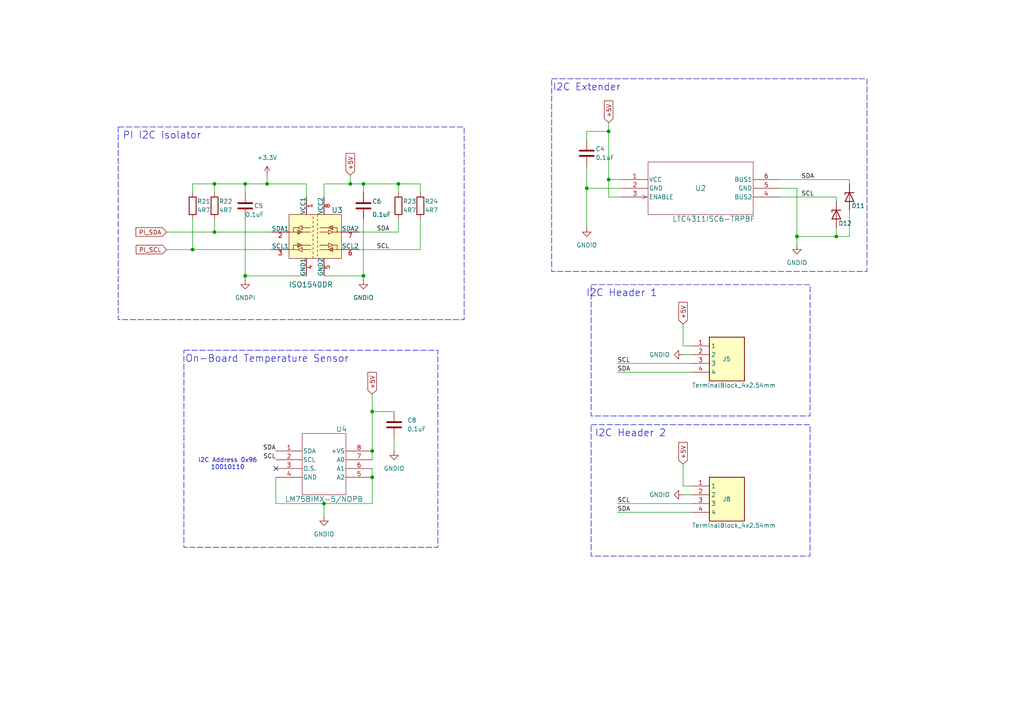
<source format=kicad_sch>
(kicad_sch (version 20250114) (generator "eeschema") (generator_version "9.0")
  (paper "A4")
  (title_block (title "I2C") (date "2025-08-06") (rev "1.0") (company "JRDish"))
  (lib_symbols
    (symbol "Device:C" (pin_numbers (hide yes)) (pin_names (offset 0.254))
      (property "Reference" "C" (at 0.635 2.54 0))
      (property "Value" "C" (at 0.635 -2.54 0))
      (symbol "C_0_1"
        (polyline (pts (xy -2.032 0.762) (xy 2.032 0.762)) (stroke (width 0.508)))
        (polyline (pts (xy -2.032 -0.762) (xy 2.032 -0.762)) (stroke (width 0.508)))
      )
      (symbol "C_1_1"
        (pin passive line (at 0 3.81 270) (length 2.794) (name "~") (number "1"))
        (pin passive line (at 0 -3.81 90) (length 2.794) (name "~") (number "2"))
      )
    )
    (symbol "Device:R" (pin_numbers (hide yes)) (pin_names (offset 0))
      (property "Reference" "R" (at 2.032 0 90))
      (property "Value" "R" (at 0 0 90))
      (symbol "R_0_1"
        (rectangle (start -1.016 -2.54) (end 1.016 2.54) (stroke (width 0.254)))
      )
      (symbol "R_1_1"
        (pin passive line (at 0 3.81 270) (length 1.27) (name "~") (number "1"))
        (pin passive line (at 0 -3.81 90) (length 1.27) (name "~") (number "2"))
      )
    )
    (symbol "Diode:PESD5V0L1UL" (pin_numbers (hide yes)) (pin_names (hide yes))
      (property "Reference" "D" (at 0 2.54 0))
      (property "Value" "PESD5V0L1UL" (at 0 -2.54 0))
      (symbol "PESD5V0L1UL_0_1"
        (polyline (pts (xy -1.27 -1.27) (xy -1.27 1.27) (xy -0.762 1.27)) (stroke (width 0.254)))
        (polyline (pts (xy 1.27 0) (xy -1.27 0)))
        (polyline (pts (xy 1.27 -1.27) (xy 1.27 1.27) (xy -1.27 0) (xy 1.27 -1.27)) (stroke (width 0.254)))
      )
      (symbol "PESD5V0L1UL_1_1"
        (pin passive line (at -3.81 0 0) (length 2.54) (name "K") (number "1"))
        (pin passive line (at 3.81 0 180) (length 2.54) (name "A") (number "2"))
      )
    )
    (symbol "DishSympols:LM75BIM-3" (pin_names (offset 0.254))
      (property "Reference" "U" (at 12.7 6.35 0))
      (property "Value" "LM75BIM-3" (at 13.97 -13.97 0))
      (symbol "LM75BIM-3_0_1"
        (polyline (pts (xy 7.62 5.08) (xy 7.62 -12.7)) (stroke (width 0.127)))
        (polyline (pts (xy 7.62 -12.7) (xy 20.32 -12.7)) (stroke (width 0.127)))
        (polyline (pts (xy 20.32 5.08) (xy 7.62 5.08)) (stroke (width 0.127)))
        (polyline (pts (xy 20.32 -12.7) (xy 20.32 5.08)) (stroke (width 0.127)))
        (pin passive line (at 0 0 0) (length 7.62) (name "SDA") (number "1"))
        (pin passive line (at 0 -2.54 0) (length 7.62) (name "SCL") (number "2"))
        (pin output line (at 0 -5.08 0) (length 7.62) (name "O.S.") (number "3"))
        (pin passive line (at 0 -7.62 0) (length 7.62) (name "GND") (number "4"))
        (pin passive line (at 27.94 0 180) (length 7.62) (name "+VS") (number "8"))
        (pin input line (at 27.94 -2.54 180) (length 7.62) (name "A0") (number "7"))
        (pin input line (at 27.94 -5.08 180) (length 7.62) (name "A1") (number "6"))
        (pin input line (at 27.94 -7.62 180) (length 7.62) (name "A2") (number "5"))
      )
    )
    (symbol "DishSympols:LTC4311ISC6-TRPBF" (pin_names (offset 0.254))
      (property "Reference" "U" (at 22.86 10.16 0))
      (property "Value" "LTC4311ISC6-TRPBF" (at 22.86 7.62 0))
      (symbol "LTC4311ISC6-TRPBF_0_1"
        (polyline (pts (xy 7.0993 -5.08) (xy 6.0579 -4.5593)) (stroke (width 0.127)))
        (polyline (pts (xy 7.0993 -5.08) (xy 6.0579 -5.6007)) (stroke (width 0.127)))
        (polyline (pts (xy 7.62 5.08) (xy 7.62 -10.16)) (stroke (width 0.127)))
        (polyline (pts (xy 7.62 -10.16) (xy 38.1 -10.16)) (stroke (width 0.127)))
        (polyline (pts (xy 38.1 5.08) (xy 7.62 5.08)) (stroke (width 0.127)))
        (polyline (pts (xy 38.1 -10.16) (xy 38.1 5.08)) (stroke (width 0.127)))
        (pin power_in line (at 0 0 0) (length 7.62) (name "VCC") (number "1"))
        (pin power_in line (at 0 -2.54 0) (length 7.62) (name "GND") (number "2"))
        (pin input line (at 0 -5.08 0) (length 7.62) (name "ENABLE") (number "3"))
        (pin passive line (at 45.72 0 180) (length 7.62) (name "BUS1") (number "6"))
        (pin power_in line (at 45.72 -2.54 180) (length 7.62) (name "GND") (number "5"))
        (pin passive line (at 45.72 -5.08 180) (length 7.62) (name "BUS2") (number "4"))
      )
    )
    (symbol "DishSympols:TerminalBlock_4x2.54mm"
      (property "Reference" "J" (at 16.51 7.62 0))
      (property "Value" "TerminalBlock_4x2.54mm" (at 16.51 5.08 0))
      (symbol "TerminalBlock_4x2.54mm_1_1"
        (rectangle (start 5.08 2.54) (end 15.24 -10.16) (stroke (width 0.254)) (fill (type background)))
        (pin passive line (at 0 0 0) (length 5.08) (name "1") (number "1"))
        (pin passive line (at 0 -2.54 0) (length 5.08) (name "2") (number "2"))
        (pin passive line (at 0 -5.08 0) (length 5.08) (name "3") (number "3"))
        (pin passive line (at 0 -7.62 0) (length 5.08) (name "4") (number "4"))
      )
    )
    (symbol "dk_Digital-Isolators:ISO1540DR" (pin_names (offset 0))
      (property "Reference" "U" (at -7.62 8.89 0))
      (property "Value" "ISO1540DR" (at 5.08 -6.35 0))
      (symbol "ISO1540DR_0_1"
        (rectangle (start -7.62 7.62) (end 7.62 -5.08) (fill (type background)))
        (rectangle (start -7.62 2.54) (end -6.35 2.54))
        (rectangle (start -7.62 -2.54) (end -6.35 -2.54))
        (polyline (pts (xy -6.35 2.54) (xy -5.08 2.54)))
        (polyline (pts (xy -6.35 2.54) (xy -6.35 3.81) (xy -5.08 3.81)))
        (polyline (pts (xy -6.35 -1.27) (xy -5.08 -1.27)))
        (polyline (pts (xy -6.35 -1.27) (xy -6.35 -2.54) (xy -5.08 -2.54) (xy -3.81 -1.905) (xy -3.81 -3.175) (xy -5.08 -2.54)))
        (polyline (pts (xy -5.08 3.81) (xy -3.81 3.175) (xy -3.81 4.445) (xy -5.08 3.81)))
        (polyline (pts (xy -5.08 3.175) (xy -5.08 1.905) (xy -3.81 2.54) (xy -5.08 3.175)))
        (polyline (pts (xy -5.08 -0.635) (xy -5.08 -1.905) (xy -3.81 -1.27) (xy -5.08 -0.635)))
        (polyline (pts (xy -4.572 2.921) (xy -5.08 2.159)))
        (polyline (pts (xy -4.572 -0.889) (xy -5.08 -1.651)))
        (polyline (pts (xy -4.318 2.794) (xy -4.699 2.159)))
        (polyline (pts (xy -4.318 -1.016) (xy -4.699 -1.651)))
        (polyline (pts (xy -3.81 3.81) (xy -2.54 3.81)))
        (polyline (pts (xy -3.81 2.54) (xy -2.54 2.54)))
        (polyline (pts (xy -3.81 -1.27) (xy -2.54 -1.27)))
        (polyline (pts (xy -3.81 -2.54) (xy -2.54 -2.54)))
        (rectangle (start -2.54 3.81) (end -1.27 3.81))
        (rectangle (start -2.54 -1.27) (end -1.27 -1.27))
        (rectangle (start -2.54 -2.54) (end -1.27 -2.54))
        (rectangle (start -1.27 2.54) (end -2.54 2.54))
        (rectangle (start -0.635 6.35) (end -0.635 6.985))
        (rectangle (start -0.635 5.08) (end -0.635 5.715))
        (rectangle (start -0.635 4.445) (end -0.635 3.81))
        (rectangle (start -0.635 2.54) (end -0.635 3.175))
        (rectangle (start -0.635 1.27) (end -0.635 1.905))
        (rectangle (start -0.635 0) (end -0.635 0.635))
        (rectangle (start -0.635 -1.27) (end -0.635 -0.635))
        (rectangle (start -0.635 -2.54) (end -0.635 -1.905))
        (rectangle (start -0.635 -3.81) (end -0.635 -3.175))
        (rectangle (start -0.635 -5.08) (end -0.635 -4.445))
        (rectangle (start 0.635 6.985) (end 0.635 7.62))
        (rectangle (start 0.635 5.715) (end 0.635 6.35))
        (rectangle (start 0.635 4.445) (end 0.635 5.08))
        (rectangle (start 0.635 3.175) (end 0.635 3.81))
        (rectangle (start 0.635 1.905) (end 0.635 2.54))
        (rectangle (start 0.635 0.635) (end 0.635 1.27))
        (rectangle (start 0.635 -0.635) (end 0.635 0))
        (rectangle (start 0.635 -1.905) (end 0.635 -1.27))
        (rectangle (start 0.635 -3.175) (end 0.635 -2.54))
        (rectangle (start 0.635 -4.445) (end 0.635 -3.81))
        (rectangle (start 2.54 3.81) (end 1.27 3.81))
        (rectangle (start 2.54 2.54) (end 1.27 2.54))
        (rectangle (start 2.54 -1.27) (end 1.27 -1.27))
        (rectangle (start 2.54 -2.54) (end 1.27 -2.54))
        (polyline (pts (xy 3.81 3.81) (xy 2.54 3.81)))
        (polyline (pts (xy 3.81 3.81) (xy 5.08 3.175) (xy 5.08 4.445) (xy 3.81 3.81)))
        (polyline (pts (xy 3.81 2.54) (xy 2.54 2.54)))
        (polyline (pts (xy 3.81 -1.27) (xy 2.54 -1.27)))
        (polyline (pts (xy 3.81 -2.54) (xy 2.54 -2.54)))
        (polyline (pts (xy 4.318 4.064) (xy 4.699 3.429)))
        (polyline (pts (xy 4.318 -2.794) (xy 4.699 -2.159)))
        (polyline (pts (xy 4.572 4.191) (xy 5.08 3.429)))
        (polyline (pts (xy 4.572 -2.921) (xy 5.08 -2.159)))
        (polyline (pts (xy 5.08 3.81) (xy 6.35 3.81) (xy 6.35 2.54)))
        (polyline (pts (xy 6.35 2.54) (xy 5.08 2.54) (xy 3.81 3.175) (xy 3.81 1.905) (xy 5.08 2.54)))
        (polyline (pts (xy 6.35 -1.27) (xy 5.08 -1.27) (xy 3.81 -1.905) (xy 3.81 -0.635) (xy 5.08 -1.27)))
        (polyline (pts (xy 6.35 -1.27) (xy 6.35 -2.54) (xy 5.08 -2.54) (xy 5.08 -1.905) (xy 3.81 -2.54) (xy 5.08 -3.175) (xy 5.08 -2.54)))
        (rectangle (start 7.62 2.54) (end 6.35 2.54))
        (rectangle (start 7.62 -2.54) (end 6.35 -2.54))
      )
      (symbol "ISO1540DR_1_1"
        (pin bidirectional line (at -12.7 2.54 0) (length 5.08) (name "SDA1") (number "2"))
        (pin bidirectional line (at -12.7 -2.54 0) (length 5.08) (name "SCL1") (number "3"))
        (pin power_in line (at -2.54 12.7 270) (length 5.08) (name "VCC1") (number "1"))
        (pin power_in line (at -2.54 -10.16 90) (length 5.08) (name "GND1") (number "4"))
        (pin power_in line (at 2.54 12.7 270) (length 5.08) (name "VCC2") (number "8"))
        (pin power_in line (at 2.54 -10.16 90) (length 5.08) (name "GND2") (number "5"))
        (pin bidirectional line (at 12.7 2.54 180) (length 5.08) (name "SDA2") (number "7"))
        (pin bidirectional line (at 12.7 -2.54 180) (length 5.08) (name "SCL2") (number "6"))
      )
    )
    (symbol "power:+3.3V" (power) (pin_numbers (hide yes)) (pin_names (offset 0) (hide yes))
      (property "Value" "+3.3V" (at 0 3.556 0))
      (symbol "+3.3V_0_1"
        (polyline (pts (xy -0.762 1.27) (xy 0 2.54)))
        (polyline (pts (xy 0 2.54) (xy 0.762 1.27)))
        (polyline (pts (xy 0 0) (xy 0 2.54)))
      )
      (symbol "+3.3V_1_1"
        (pin power_in line (at 0 0 90) (length 0) (name "~") (number "1"))
      )
    )
    (symbol "power:GND" (power) (pin_numbers (hide yes)) (pin_names (offset 0) (hide yes))
      (property "Value" "GND" (at 0 -3.81 0))
      (symbol "GND_0_1"
        (polyline (pts (xy 0 0) (xy 0 -1.27) (xy 1.27 -1.27) (xy 0 -2.54) (xy -1.27 -1.27) (xy 0 -1.27)))
      )
      (symbol "GND_1_1"
        (pin power_in line (at 0 0 270) (length 0) (name "~") (number "1"))
      )
    )
  )
  (rectangle (start 160.02 22.86) (end 251.46 78.74) (stroke (width 0) (type dash)))
  (rectangle (start 171.45 82.55) (end 234.95 120.65) (stroke (width 0) (type dash)))
  (rectangle (start 53.34 101.6) (end 127 158.75) (stroke (width 0) (type dash)))
  (rectangle (start 34.29 36.83) (end 134.62 92.71) (stroke (width 0) (type dash)))
  (rectangle (start 171.45 123.19) (end 234.95 161.29) (stroke (width 0) (type dash)))
  (text "I2C Header 1" (at 180.34 85.09 0) (effects (font (size 2.032 2.032))))
  (text "I2C Header 2" (at 182.88 125.73 0) (effects (font (size 2.032 2.032))))
  (text "PI I2C Isolator" (at 46.99 39.37 0) (effects (font (size 2.032 2.032))))
  (text "I2C Extender" (at 170.18 25.4 0) (effects (font (size 2.032 2.032))))
  (text "On-Board Temperature Sensor\n" (at 77.47 104.14 0) (effects (font (size 2.032 2.032))))
  (text "I2C Address 0x96\n10010110" (at 66.04 134.62 0) (effects (font (size 1.27 1.27))))
  (junction (at 242.57 68.58))
  (junction (at 55.88 72.39))
  (junction (at 231.14 68.58))
  (junction (at 105.41 80.01))
  (junction (at 62.23 53.34))
  (junction (at 101.6 53.34))
  (junction (at 176.53 38.1))
  (junction (at 71.12 80.01))
  (junction (at 93.98 146.05))
  (junction (at 105.41 53.34))
  (junction (at 62.23 67.31))
  (junction (at 115.57 53.34))
  (junction (at 77.47 53.34))
  (junction (at 176.53 52.07))
  (junction (at 107.95 119.38))
  (junction (at 107.95 138.43))
  (junction (at 71.12 53.34))
  (junction (at 107.95 130.81))
  (junction (at 170.18 54.61))
  (no_connect (at 80.01 135.89))
  (wire (pts (xy 198.12 134.62) (xy 198.12 140.97)))
  (wire (pts (xy 55.88 72.39) (xy 78.74 72.39)))
  (wire (pts (xy 107.95 138.43) (xy 107.95 135.89)))
  (wire (pts (xy 77.47 50.8) (xy 77.47 53.34)))
  (wire (pts (xy 71.12 63.5) (xy 71.12 80.01)))
  (wire (pts (xy 242.57 68.58) (xy 231.14 68.58)))
  (wire (pts (xy 246.38 68.58) (xy 246.38 60.96)))
  (wire (pts (xy 55.88 53.34) (xy 55.88 55.88)))
  (wire (pts (xy 176.53 57.15) (xy 176.53 52.07)))
  (wire (pts (xy 226.06 57.15) (xy 242.57 57.15)))
  (wire (pts (xy 198.12 100.33) (xy 200.66 100.33)))
  (wire (pts (xy 176.53 52.07) (xy 180.34 52.07)))
  (wire (pts (xy 77.47 53.34) (xy 88.9 53.34)))
  (wire (pts (xy 231.14 68.58) (xy 231.14 71.12)))
  (wire (pts (xy 71.12 53.34) (xy 71.12 55.88)))
  (wire (pts (xy 93.98 53.34) (xy 93.98 57.15)))
  (wire (pts (xy 93.98 80.01) (xy 105.41 80.01)))
  (wire (pts (xy 170.18 48.26) (xy 170.18 54.61)))
  (wire (pts (xy 48.26 67.31) (xy 62.23 67.31)))
  (wire (pts (xy 180.34 57.15) (xy 176.53 57.15)))
  (wire (pts (xy 121.92 53.34) (xy 121.92 55.88)))
  (wire (pts (xy 246.38 52.07) (xy 246.38 53.34)))
  (wire (pts (xy 107.95 146.05) (xy 107.95 138.43)))
  (wire (pts (xy 101.6 53.34) (xy 93.98 53.34)))
  (wire (pts (xy 179.07 105.41) (xy 200.66 105.41)))
  (wire (pts (xy 93.98 146.05) (xy 93.98 149.86)))
  (wire (pts (xy 179.07 146.05) (xy 200.66 146.05)))
  (wire (pts (xy 48.26 72.39) (xy 55.88 72.39)))
  (wire (pts (xy 176.53 38.1) (xy 176.53 52.07)))
  (wire (pts (xy 88.9 53.34) (xy 88.9 57.15)))
  (wire (pts (xy 71.12 80.01) (xy 71.12 81.28)))
  (wire (pts (xy 62.23 53.34) (xy 62.23 55.88)))
  (wire (pts (xy 107.95 119.38) (xy 107.95 130.81)))
  (wire (pts (xy 231.14 54.61) (xy 226.06 54.61)))
  (wire (pts (xy 105.41 53.34) (xy 115.57 53.34)))
  (wire (pts (xy 93.98 146.05) (xy 107.95 146.05)))
  (wire (pts (xy 71.12 53.34) (xy 62.23 53.34)))
  (wire (pts (xy 242.57 66.04) (xy 242.57 68.58)))
  (wire (pts (xy 104.14 72.39) (xy 121.92 72.39)))
  (wire (pts (xy 80.01 138.43) (xy 80.01 146.05)))
  (wire (pts (xy 105.41 53.34) (xy 105.41 55.88)))
  (wire (pts (xy 121.92 63.5) (xy 121.92 72.39)))
  (wire (pts (xy 107.95 119.38) (xy 114.3 119.38)))
  (wire (pts (xy 179.07 148.59) (xy 200.66 148.59)))
  (wire (pts (xy 198.12 143.51) (xy 200.66 143.51)))
  (wire (pts (xy 226.06 52.07) (xy 246.38 52.07)))
  (wire (pts (xy 55.88 63.5) (xy 55.88 72.39)))
  (wire (pts (xy 242.57 68.58) (xy 246.38 68.58)))
  (wire (pts (xy 62.23 67.31) (xy 62.23 63.5)))
  (wire (pts (xy 71.12 80.01) (xy 88.9 80.01)))
  (wire (pts (xy 242.57 57.15) (xy 242.57 58.42)))
  (wire (pts (xy 62.23 53.34) (xy 55.88 53.34)))
  (wire (pts (xy 114.3 127) (xy 114.3 130.81)))
  (wire (pts (xy 115.57 53.34) (xy 121.92 53.34)))
  (wire (pts (xy 78.74 67.31) (xy 62.23 67.31)))
  (wire (pts (xy 170.18 54.61) (xy 170.18 66.04)))
  (wire (pts (xy 105.41 63.5) (xy 105.41 80.01)))
  (wire (pts (xy 198.12 102.87) (xy 200.66 102.87)))
  (wire (pts (xy 71.12 53.34) (xy 77.47 53.34)))
  (wire (pts (xy 170.18 54.61) (xy 180.34 54.61)))
  (wire (pts (xy 115.57 67.31) (xy 115.57 63.5)))
  (wire (pts (xy 170.18 38.1) (xy 176.53 38.1)))
  (wire (pts (xy 198.12 140.97) (xy 200.66 140.97)))
  (wire (pts (xy 105.41 80.01) (xy 105.41 81.28)))
  (wire (pts (xy 104.14 67.31) (xy 115.57 67.31)))
  (wire (pts (xy 101.6 50.8) (xy 101.6 53.34)))
  (wire (pts (xy 170.18 40.64) (xy 170.18 38.1)))
  (wire (pts (xy 107.95 130.81) (xy 107.95 133.35)))
  (wire (pts (xy 198.12 93.98) (xy 198.12 100.33)))
  (wire (pts (xy 80.01 146.05) (xy 93.98 146.05)))
  (wire (pts (xy 101.6 53.34) (xy 105.41 53.34)))
  (wire (pts (xy 115.57 55.88) (xy 115.57 53.34)))
  (wire (pts (xy 231.14 54.61) (xy 231.14 68.58)))
  (wire (pts (xy 179.07 107.95) (xy 200.66 107.95)))
  (wire (pts (xy 176.53 35.56) (xy 176.53 38.1)))
  (wire (pts (xy 107.95 114.3) (xy 107.95 119.38)))
  (label "SDA" (at 232.41 52.07 0))
  (label "SCL" (at 179.07 105.41 0))
  (label "SDA" (at 109.22 67.31 0))
  (label "SCL" (at 179.07 146.05 0))
  (label "SCL" (at 109.22 72.39 0))
  (label "SDA" (at 80.01 130.81 180))
  (label "SDA" (at 179.07 107.95 0))
  (label "SCL" (at 80.01 133.35 180))
  (label "SCL" (at 232.41 57.15 0))
  (label "SDA" (at 179.07 148.59 0))
  (global_label "+5V" (shape input) (at 107.95 114.3 90) (property "Intersheetrefs" "${INTERSHEET_REFS}" (effects (hide yes))))
  (global_label "+5V" (shape input) (at 198.12 134.62 90) (property "Intersheetrefs" "${INTERSHEET_REFS}" (effects (hide yes))))
  (global_label "+5V" (shape input) (at 176.53 35.56 90) (property "Intersheetrefs" "${INTERSHEET_REFS}" (effects (hide yes))))
  (global_label "PI_SCL" (shape input) (at 48.26 72.39 180) (property "Intersheetrefs" "${INTERSHEET_REFS}" (effects (hide yes))))
  (global_label "PI_SDA" (shape input) (at 48.26 67.31 180) (property "Intersheetrefs" "${INTERSHEET_REFS}" (effects (hide yes))))
  (global_label "+5V" (shape input) (at 198.12 93.98 90) (property "Intersheetrefs" "${INTERSHEET_REFS}" (effects (hide yes))))
  (global_label "+5V" (shape input) (at 101.6 50.8 90) (property "Intersheetrefs" "${INTERSHEET_REFS}" (effects (hide yes))))
  (symbol (lib_id "DishSympols:LTC4311ISC6-TRPBF") (at 180.34 52.07 0) (unit 1)
    (property "Reference" "U2" (at 203.2 54.61 0) (effects (font (size 1.524 1.524))))
    (property "Value" "LTC4311ISC6-TRPBF" (at 207.01 63.5 0) (effects (font (size 1.524 1.524))))
    (property "Footprint" "DishFootprints:LTC4311" (effects (hide yes)))
    (property "Datasheet" "https://www.analog.com/media/en/technical-documentation/data-sheets/4311fa.pdf" (effects (hide yes)))
  )
  (symbol (lib_id "Device:R") (at 55.88 59.69 0) (unit 1)
    (property "Reference" "R21" (at 57.15 58.42 0) (effects (justify left)))
    (property "Value" "4R7" (at 57.15 60.96 0) (effects (justify left)))
    (property "Footprint" "Resistor_SMD:R_0402_1005Metric" (effects (hide yes)))
    (property "Description" "Resistor" (effects (hide yes)))
  )
  (symbol (lib_id "Device:C") (at 114.3 123.19 180) (unit 1)
    (property "Reference" "C8" (at 118.11 121.9199 0) (effects (justify right)))
    (property "Value" "0.1uF" (at 118.11 124.4599 0) (effects (justify right)))
    (property "Footprint" "Capacitor_SMD:C_0402_1005Metric" (effects (hide yes)))
    (property "Description" "Unpolarized capacitor" (effects (hide yes)))
  )
  (symbol (lib_id "power:GND") (at 114.3 130.81 0) (unit 1)
    (property "Reference" "#PWR03" (effects (hide yes)))
    (property "Value" "GNDIO" (at 114.3 135.89 0))
    (property "Description" "Power symbol creates a global label with name \"GND\" , ground" (effects (hide yes)))
  )
  (symbol (lib_id "Device:R") (at 62.23 59.69 0) (unit 1)
    (property "Reference" "R22" (at 63.5 58.42 0) (effects (justify left)))
    (property "Value" "4R7" (at 63.5 60.96 0) (effects (justify left)))
    (property "Footprint" "Resistor_SMD:R_0402_1005Metric" (effects (hide yes)))
    (property "Description" "Resistor" (effects (hide yes)))
  )
  (symbol (lib_id "power:GND") (at 105.41 81.28 0) (unit 1)
    (property "Reference" "#PWR033" (effects (hide yes)))
    (property "Value" "GNDIO" (at 105.41 86.36 0))
    (property "Description" "Power symbol creates a global label with name \"GND\" , ground" (effects (hide yes)))
  )
  (symbol (lib_id "Diode:PESD5V0L1UL") (at 242.57 62.23 90) (mirror x) (unit 1)
    (property "Reference" "D12" (at 245.11 64.77 90))
    (property "Value" "TPESD0402G05V" (effects (hide yes)))
    (property "Footprint" "Diode_SMD:D_0402_1005Metric" (effects (hide yes)))
    (property "Datasheet" "https://jlcpcb.com/api/file/downloadByFileSystemAccessId/8588893603426390016" (effects (hide yes)))
    (property "Description" "Low capacitance unidirectional ESD protection diode, 5V, SOD-882" (effects (hide yes)))
    (property "LCSC" "C558615" (effects (hide yes)))
  )
  (symbol (lib_id "Device:C") (at 170.18 44.45 0) (unit 1)
    (property "Reference" "C4" (at 172.72 43.18 0) (effects (justify left)))
    (property "Value" "0.1uF" (at 172.72 45.72 0) (effects (justify left)))
    (property "Footprint" "Capacitor_SMD:C_0402_1005Metric" (effects (hide yes)))
    (property "Description" "Unpolarized capacitor" (effects (hide yes)))
  )
  (symbol (lib_id "power:GND") (at 231.14 71.12 0) (unit 1)
    (property "Reference" "#PWR034" (effects (hide yes)))
    (property "Value" "GNDIO" (at 231.14 76.2 0))
    (property "Description" "Power symbol creates a global label with name \"GND\" , ground" (effects (hide yes)))
  )
  (symbol (lib_id "power:+3.3V") (at 77.47 50.8 0) (unit 1)
    (property "Reference" "#PWR029" (effects (hide yes)))
    (property "Value" "+3.3V" (at 77.47 45.72 0))
    (property "Description" "Power symbol creates a global label with name \"+3.3V\"" (effects (hide yes)))
  )
  (symbol (lib_id "power:GND") (at 198.12 102.87 270) (unit 1)
    (property "Reference" "#PWR038" (effects (hide yes)))
    (property "Value" "GNDIO" (at 194.31 102.8699 90) (effects (justify right)))
    (property "Description" "Power symbol creates a global label with name \"GND\" , ground" (effects (hide yes)))
  )
  (symbol (lib_id "Device:C") (at 105.41 59.69 0) (unit 1)
    (property "Reference" "C6" (at 107.95 58.42 0) (effects (justify left)))
    (property "Value" "0.1uF" (at 107.95 62.23 0) (effects (justify left)))
    (property "Footprint" "Capacitor_SMD:C_0402_1005Metric" (effects (hide yes)))
    (property "Description" "Unpolarized capacitor" (effects (hide yes)))
  )
  (symbol (lib_id "power:GND") (at 170.18 66.04 0) (unit 1)
    (property "Reference" "#PWR031" (effects (hide yes)))
    (property "Value" "GNDIO" (at 170.18 71.12 0))
    (property "Description" "Power symbol creates a global label with name \"GND\" , ground" (effects (hide yes)))
  )
  (symbol (lib_id "Device:R") (at 115.57 59.69 0) (unit 1)
    (property "Reference" "R23" (at 116.84 58.42 0) (effects (justify left)))
    (property "Value" "4R7" (at 116.84 60.96 0) (effects (justify left)))
    (property "Footprint" "Resistor_SMD:R_0402_1005Metric" (effects (hide yes)))
    (property "Description" "Resistor" (effects (hide yes)))
  )
  (symbol (lib_id "DishSympols:TerminalBlock_4x2.54mm") (at 200.66 100.33 0) (unit 1)
    (property "Reference" "J5" (at 209.55 104.14 0) (effects (justify left)))
    (property "Value" "TerminalBlock_4x2.54mm" (at 200.66 111.76 0) (effects (justify left)))
    (property "Footprint" "DishFootprints:TerminalBlock_4x2.54mm" (effects (hide yes)))
    (property "Datasheet" "https://datasheet.datasheetarchive.com/originals/distributors/SFDatasheet-2/sf-00050602.pdf" (effects (hide yes)))
    (property "Description" "4 way vertical PCB terminal,6A 63V Phoenix Contact Non-Fused Terminal Block, 4 Way, Solder Terminals, 26 ??? 20 AWG Through Hole, Nylon, 63 V" (effects (hide yes)))
    (property "Height" "8.65" (effects (hide yes)))
    (property "Manufacturer_Name" "Phoenix Contact" (effects (hide yes)))
    (property "Manufacturer_Part_Number" "1725672" (effects (hide yes)))
    (property "Mouser Part Number" "651-1725672" (effects (hide yes)))
    (property "Mouser Price/Stock" "https://www.mouser.co.uk/ProductDetail/Phoenix-Contact/1725672?qs=Ul7CXFMnlWXX93F9bOV2pQ%3D%3D" (effects (hide yes)))
    (property "Arrow Part Number" "1725672" (effects (hide yes)))
    (property "Arrow Price/Stock" "https://www.arrow.com/en/products/1725672/phoenix-contact?utm_currency=USD&region=nac" (effects (hide yes)))
  )
  (symbol (lib_id "power:GND") (at 71.12 81.28 0) (unit 1)
    (property "Reference" "#PWR032" (effects (hide yes)))
    (property "Value" "GNDPI" (at 71.12 86.36 0))
    (property "Description" "Power symbol creates a global label with name \"GND\" , ground" (effects (hide yes)))
  )
  (symbol (lib_id "Diode:PESD5V0L1UL") (at 246.38 57.15 90) (mirror x) (unit 1)
    (property "Reference" "D11" (at 248.92 59.69 90))
    (property "Value" "TPESD0402G05V" (effects (hide yes)))
    (property "Footprint" "Diode_SMD:D_0402_1005Metric" (effects (hide yes)))
    (property "Datasheet" "https://jlcpcb.com/api/file/downloadByFileSystemAccessId/8588893603426390016" (effects (hide yes)))
    (property "Description" "Low capacitance unidirectional ESD protection diode, 5V, SOD-882" (effects (hide yes)))
    (property "LCSC" "C558615" (effects (hide yes)))
  )
  (symbol (lib_id "Device:R") (at 121.92 59.69 0) (unit 1)
    (property "Reference" "R24" (at 123.19 58.42 0) (effects (justify left)))
    (property "Value" "4R7" (at 123.19 60.96 0) (effects (justify left)))
    (property "Footprint" "Resistor_SMD:R_0402_1005Metric" (effects (hide yes)))
    (property "Description" "Resistor" (effects (hide yes)))
  )
  (symbol (lib_id "dk_Digital-Isolators:ISO1540DR") (at 91.44 69.85 0) (unit 1)
    (property "Reference" "U3" (at 97.79 60.96 0) (effects (font (size 1.524 1.524))))
    (property "Value" "ISO1540DR" (at 90.17 82.55 0) (effects (font (size 1.524 1.524))))
    (property "Footprint" "digikey-footprints:SOIC-8_W3.9mm" (effects (hide yes)))
    (property "Datasheet" "http://www.ti.com/general/docs/suppproductinfo.tsp?distId=10&gotoUrl=http%3A%2F%2Fwww.ti.com%2Flit%2Fgpn%2Fiso1540" (effects (hide yes)))
    (property "Description" "DGTL ISO 2.5KV 2CH I2C 8SOIC" (effects (hide yes)))
    (property "Digi-Key_PN" "296-34871-1-ND" (effects (hide yes)))
    (property "MPN" "ISO1540DR" (effects (hide yes)))
    (property "Category" "Isolators" (effects (hide yes)))
    (property "Family" "Digital Isolators" (effects (hide yes)))
    (property "DK_Datasheet_Link" "http://www.ti.com/general/docs/suppproductinfo.tsp?distId=10&gotoUrl=http%3A%2F%2Fwww.ti.com%2Flit%2Fgpn%2Fiso1540" (effects (hide yes)))
    (property "DK_Detail_Page" "/product-detail/en/texas-instruments/ISO1540DR/296-34871-1-ND/3587214" (effects (hide yes)))
    (property "Description_1" "DGTL ISO 2.5KV 2CH I2C 8SOIC" (effects (hide yes)))
    (property "Manufacturer" "Texas Instruments" (effects (hide yes)))
    (property "Status" "Active" (effects (hide yes)))
  )
  (symbol (lib_id "DishSympols:LM75BIM-3") (at 80.01 130.81 0) (unit 1)
    (property "Reference" "U4" (at 99.06 124.46 0) (effects (font (size 1.524 1.524))))
    (property "Value" "LM75BIMX-5/NOPB" (at 93.98 144.78 0) (effects (font (size 1.524 1.524))))
    (property "Footprint" "DishFootprints:M08A" (effects (hide yes)))
    (property "Datasheet" "https://www.ti.com/lit/gpn/lm75b" (effects (hide yes)))
  )
  (symbol (lib_id "Device:C") (at 71.12 59.69 0) (unit 1)
    (property "Reference" "C5" (at 73.66 59.69 0) (effects (justify left)))
    (property "Value" "0.1uF" (at 71.12 62.23 0) (effects (justify left)))
    (property "Footprint" "Capacitor_SMD:C_0402_1005Metric" (effects (hide yes)))
    (property "Description" "Unpolarized capacitor" (effects (hide yes)))
  )
  (symbol (lib_id "power:GND") (at 93.98 149.86 0) (unit 1)
    (property "Reference" "#PWR04" (effects (hide yes)))
    (property "Value" "GNDIO" (at 93.98 154.94 0))
    (property "Description" "Power symbol creates a global label with name \"GND\" , ground" (effects (hide yes)))
  )
  (symbol (lib_id "power:GND") (at 198.12 143.51 270) (unit 1)
    (property "Reference" "#PWR02" (effects (hide yes)))
    (property "Value" "GNDIO" (at 194.31 143.5099 90) (effects (justify right)))
    (property "Description" "Power symbol creates a global label with name \"GND\" , ground" (effects (hide yes)))
  )
  (symbol (lib_id "DishSympols:TerminalBlock_4x2.54mm") (at 200.66 140.97 0) (unit 1)
    (property "Reference" "J8" (at 209.55 144.78 0) (effects (justify left)))
    (property "Value" "TerminalBlock_4x2.54mm" (at 200.66 152.4 0) (effects (justify left)))
    (property "Footprint" "DishFootprints:TerminalBlock_4x2.54mm" (effects (hide yes)))
    (property "Datasheet" "https://datasheet.datasheetarchive.com/originals/distributors/SFDatasheet-2/sf-00050602.pdf" (effects (hide yes)))
    (property "Description" "4 way vertical PCB terminal,6A 63V Phoenix Contact Non-Fused Terminal Block, 4 Way, Solder Terminals, 26 ??? 20 AWG Through Hole, Nylon, 63 V" (effects (hide yes)))
    (property "Height" "8.65" (effects (hide yes)))
    (property "Manufacturer_Name" "Phoenix Contact" (effects (hide yes)))
    (property "Manufacturer_Part_Number" "1725672" (effects (hide yes)))
    (property "Mouser Part Number" "651-1725672" (effects (hide yes)))
    (property "Mouser Price/Stock" "https://www.mouser.co.uk/ProductDetail/Phoenix-Contact/1725672?qs=Ul7CXFMnlWXX93F9bOV2pQ%3D%3D" (effects (hide yes)))
    (property "Arrow Part Number" "1725672" (effects (hide yes)))
    (property "Arrow Price/Stock" "https://www.arrow.com/en/products/1725672/phoenix-contact?utm_currency=USD&region=nac" (effects (hide yes)))
  )
)
</source>
